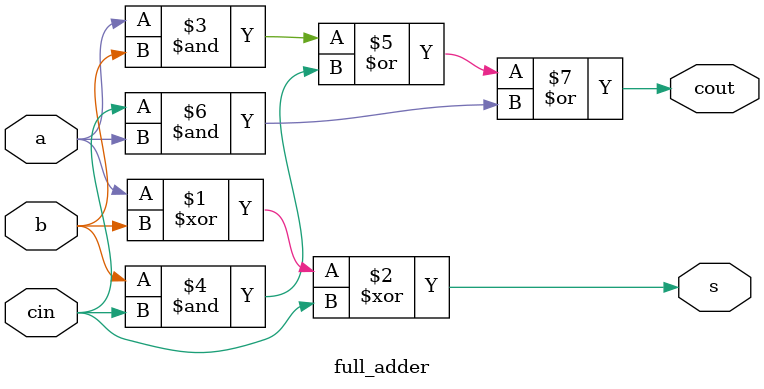
<source format=v>
module full_adder(input a,b,cin, output s,cout);
assign s= a ^ b ^ cin ;
assign cout= (a&b) | (b&cin) | (cin&a);
endmodule


/*  OUTPUT 
meenakshi@meenakshi-Inspiron-3501:~/verilog/full_adder$ vvp full_adder.out
VCD info: dumpfile full_adder.vcd opened for output.
$time=0, a=0 b=0 cin=0 s=0 cout=0
$time=1, a=0 b=0 cin=1 s=1 cout=0
$time=2, a=0 b=1 cin=0 s=1 cout=0
$time=3, a=0 b=1 cin=1 s=0 cout=1
$time=4, a=1 b=0 cin=0 s=1 cout=0
$time=5, a=1 b=0 cin=1 s=0 cout=1
$time=6, a=1 b=1 cin=0 s=0 cout=1
full_adder_tb.v:24: $finish called at 7 (1s)
$time=7, a=1 b=1 cin=1 s=1 cout=1
*/

</source>
